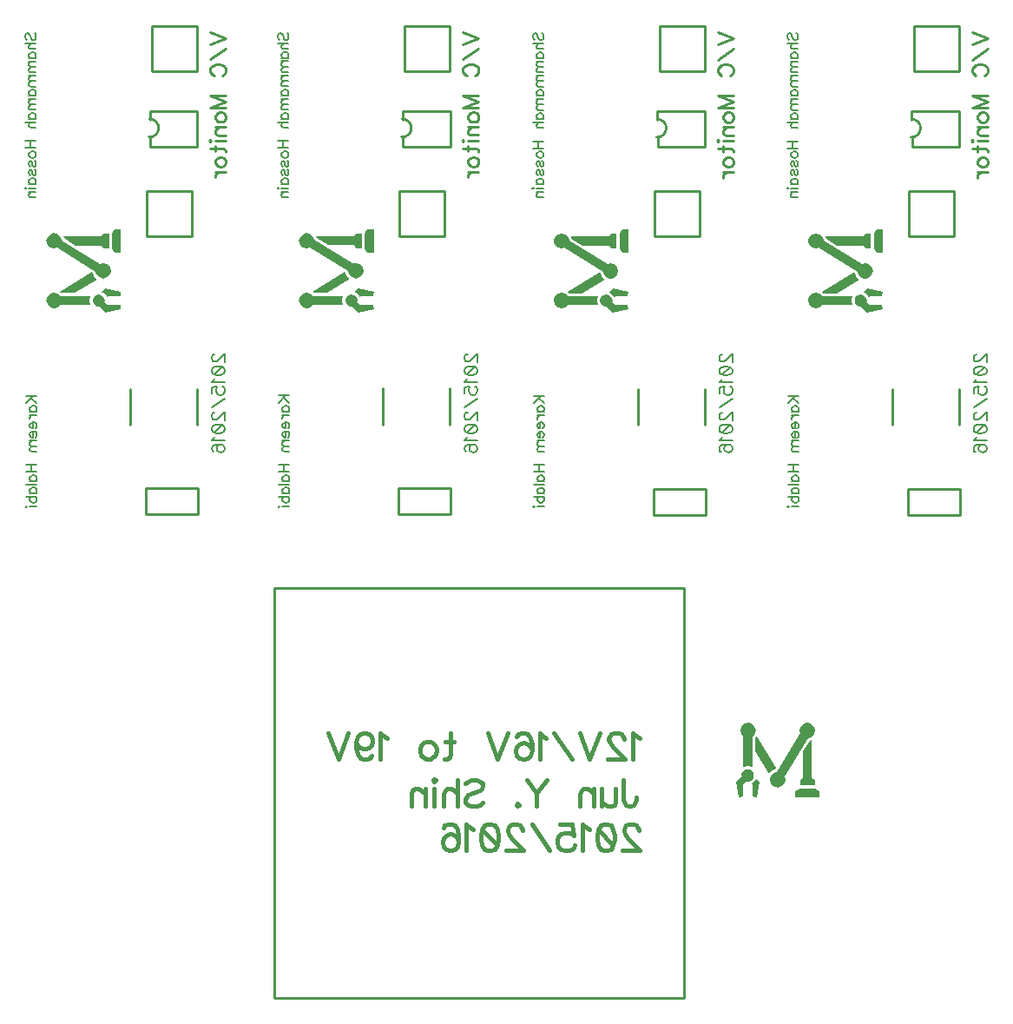
<source format=gbo>
G04 DipTrace 2.4.0.2*
%INMRR_Power_V2.GBO*%
%MOIN*%
%ADD10C,0.0098*%
%ADD34C,0.0154*%
%ADD117C,0.0077*%
%ADD118C,0.0062*%
%ADD119C,0.0093*%
%FSLAX44Y44*%
G04*
G70*
G90*
G75*
G01*
%LNBotSilk*%
%LPD*%
X21131Y41919D2*
D10*
X19398D1*
Y40187D1*
X21131D1*
Y41919D1*
X19187Y33847D2*
X20919D1*
Y35579D1*
X19187D1*
Y33847D1*
X21158Y23160D2*
X19158D1*
Y24160D1*
X21158D1*
Y23160D1*
X19323Y37262D2*
Y37671D1*
X19333Y37274D2*
X21136D1*
Y38636D1*
X19311D1*
Y38315D1*
X19301Y38337D2*
G02X19280Y37650I5J-344D01*
G01*
X18566Y26612D2*
Y27990D1*
X21125Y26612D2*
Y27990D1*
G36*
X18204Y34120D2*
X17964D1*
X17864Y33950D1*
Y33380D1*
X17964Y33210D1*
X18204D1*
D1*
Y34120D1*
G37*
G36*
X17744Y33950D2*
X17524D1*
X17454Y33840D1*
X15994D1*
X16014Y33760D1*
X16444Y33490D1*
X17454D1*
X17524Y33380D1*
X17744D1*
Y33950D1*
G37*
G36*
X15924Y33690D2*
X15884Y33810D1*
X15784Y33920D1*
X15634Y33960D1*
X15484Y33920D1*
X15374Y33810D1*
X15334Y33670D1*
X15374Y33520D1*
X15484Y33410D1*
X15634Y33370D1*
X15744Y33400D1*
X17224Y32490D1*
X17264Y32370D1*
X17374Y32260D1*
X17524Y32220D1*
X17664Y32260D1*
X17774Y32370D1*
X17814Y32520D1*
X17774Y32670D1*
X17664Y32780D1*
X17514Y32820D1*
X17394Y32790D1*
X15924Y33690D1*
G37*
G36*
X17074Y32460D2*
X17124Y32430D1*
X17164Y32300D1*
X17294Y32190D1*
X16414Y31660D1*
X15904D1*
X15854Y31720D1*
D1*
X17074Y32460D1*
G37*
G36*
X15864Y31550D2*
X15784Y31630D1*
X15634Y31680D1*
X15484Y31640D1*
X15374Y31530D1*
X15334Y31380D1*
X15374Y31230D1*
X15484Y31120D1*
X15634Y31080D1*
X15774Y31120D1*
X15864Y31210D1*
X17034D1*
X16984Y31380D1*
X17034Y31550D1*
X15864D1*
G37*
G36*
X17464Y31690D2*
X17514Y31680D1*
X17644Y31560D1*
X17654Y31520D1*
X17684Y31550D1*
X18174D1*
X18204Y31720D1*
X17604Y31840D1*
X17464Y31690D1*
G37*
G36*
X17224Y31580D2*
X17344Y31610D1*
X17464Y31580D1*
X17554Y31490D1*
X17584Y31380D1*
X17564Y31320D1*
X17694Y31200D1*
X18174Y31210D1*
X18204Y31030D1*
X17604Y30920D1*
X17374Y31150D1*
X17334Y31140D1*
X17234Y31170D1*
X17144Y31260D1*
X17114Y31380D1*
X17144Y31500D1*
X17224Y31580D1*
G37*
X30134Y20339D2*
D10*
X14386D1*
Y4591D1*
X30134D1*
Y20339D1*
G36*
X35311Y12298D2*
Y12538D1*
X35141Y12638D1*
X34571D1*
X34401Y12538D1*
Y12298D1*
D1*
X35311D1*
G37*
G36*
X35141Y12758D2*
Y12978D1*
X35031Y13048D1*
Y14508D1*
X34951Y14488D1*
X34681Y14058D1*
Y13048D1*
X34571Y12978D1*
Y12758D1*
X35141D1*
G37*
G36*
X34881Y14578D2*
X35001Y14618D1*
X35111Y14718D1*
X35151Y14868D1*
X35111Y15018D1*
X35001Y15128D1*
X34861Y15168D1*
X34711Y15128D1*
X34601Y15018D1*
X34561Y14868D1*
X34591Y14758D1*
X33681Y13278D1*
X33561Y13238D1*
X33451Y13128D1*
X33411Y12978D1*
X33451Y12838D1*
X33561Y12728D1*
X33711Y12688D1*
X33861Y12728D1*
X33971Y12838D1*
X34011Y12988D1*
X33981Y13108D1*
X34881Y14578D1*
G37*
G36*
X33651Y13428D2*
X33621Y13378D1*
X33491Y13338D1*
X33381Y13208D1*
X32851Y14088D1*
Y14598D1*
X32911Y14648D1*
D1*
X33651Y13428D1*
G37*
G36*
X32741Y14638D2*
X32821Y14718D1*
X32871Y14868D1*
X32831Y15018D1*
X32721Y15128D1*
X32571Y15168D1*
X32421Y15128D1*
X32311Y15018D1*
X32271Y14868D1*
X32311Y14728D1*
X32401Y14638D1*
Y13468D1*
X32571Y13518D1*
X32741Y13468D1*
Y14638D1*
G37*
G36*
X32881Y13038D2*
X32871Y12988D1*
X32751Y12858D1*
X32711Y12848D1*
X32741Y12818D1*
Y12328D1*
X32911Y12298D1*
X33031Y12898D1*
X32881Y13038D1*
G37*
G36*
X32771Y13278D2*
X32801Y13158D1*
X32771Y13038D1*
X32681Y12948D1*
X32571Y12918D1*
X32511Y12938D1*
X32391Y12808D1*
X32401Y12328D1*
X32221Y12298D1*
X32111Y12898D1*
X32341Y13128D1*
X32331Y13168D1*
X32361Y13268D1*
X32451Y13358D1*
X32571Y13388D1*
X32691Y13358D1*
X32771Y13278D1*
G37*
X11427Y41919D2*
D10*
X9695D1*
Y40186D1*
X11427D1*
Y41919D1*
X9483Y33846D2*
X11216D1*
Y35578D1*
X9483D1*
Y33846D1*
X11454Y23159D2*
X9454D1*
Y24159D1*
X11454D1*
Y23159D1*
X9619Y37261D2*
Y37670D1*
X9629Y37273D2*
X11432D1*
Y38635D1*
X9607D1*
Y38314D1*
X9598Y38336D2*
G02X9576Y37649I5J-344D01*
G01*
X8862Y26611D2*
Y27989D1*
X11421Y26611D2*
Y27989D1*
G36*
X8500Y34119D2*
X8260D1*
X8160Y33949D1*
Y33379D1*
X8260Y33209D1*
X8500D1*
D1*
Y34119D1*
G37*
G36*
X8040Y33949D2*
X7820D1*
X7750Y33839D1*
X6290D1*
X6310Y33759D1*
X6740Y33489D1*
X7750D1*
X7820Y33379D1*
X8040D1*
Y33949D1*
G37*
G36*
X6220Y33689D2*
X6180Y33809D1*
X6080Y33919D1*
X5930Y33959D1*
X5780Y33919D1*
X5670Y33809D1*
X5630Y33669D1*
X5670Y33519D1*
X5780Y33409D1*
X5930Y33369D1*
X6040Y33399D1*
X7520Y32489D1*
X7560Y32369D1*
X7670Y32259D1*
X7820Y32219D1*
X7960Y32259D1*
X8070Y32369D1*
X8110Y32519D1*
X8070Y32669D1*
X7960Y32779D1*
X7810Y32819D1*
X7690Y32789D1*
X6220Y33689D1*
G37*
G36*
X7370Y32459D2*
X7420Y32429D1*
X7460Y32299D1*
X7590Y32189D1*
X6710Y31659D1*
X6200D1*
X6150Y31719D1*
D1*
X7370Y32459D1*
G37*
G36*
X6160Y31549D2*
X6080Y31629D1*
X5930Y31679D1*
X5780Y31639D1*
X5670Y31529D1*
X5630Y31379D1*
X5670Y31229D1*
X5780Y31119D1*
X5930Y31079D1*
X6070Y31119D1*
X6160Y31209D1*
X7330D1*
X7280Y31379D1*
X7330Y31549D1*
X6160D1*
G37*
G36*
X7760Y31689D2*
X7810Y31679D1*
X7940Y31559D1*
X7950Y31519D1*
X7980Y31549D1*
X8470D1*
X8500Y31719D1*
X7900Y31839D1*
X7760Y31689D1*
G37*
G36*
X7520Y31579D2*
X7640Y31609D1*
X7760Y31579D1*
X7850Y31489D1*
X7880Y31379D1*
X7860Y31319D1*
X7990Y31199D1*
X8470Y31209D1*
X8500Y31029D1*
X7900Y30919D1*
X7670Y31149D1*
X7630Y31139D1*
X7530Y31169D1*
X7440Y31259D1*
X7410Y31379D1*
X7440Y31499D1*
X7520Y31579D1*
G37*
X30919Y41915D2*
D10*
X29187D1*
Y40182D1*
X30919D1*
Y41915D1*
X28976Y33842D2*
X30708D1*
Y35574D1*
X28976D1*
Y33842D1*
X30947Y23155D2*
X28947D1*
Y24155D1*
X30947D1*
Y23155D1*
X29111Y37257D2*
Y37666D1*
X29121Y37269D2*
X30924D1*
Y38631D1*
X29100D1*
Y38310D1*
X29090Y38332D2*
G02X29068Y37645I5J-344D01*
G01*
X28355Y26608D2*
Y27985D1*
X30914Y26608D2*
Y27985D1*
G36*
X27992Y34115D2*
X27752D1*
X27652Y33945D1*
Y33375D1*
X27752Y33205D1*
X27992D1*
D1*
Y34115D1*
G37*
G36*
X27532Y33945D2*
X27312D1*
X27242Y33835D1*
X25782D1*
X25802Y33755D1*
X26232Y33485D1*
X27242D1*
X27312Y33375D1*
X27532D1*
Y33945D1*
G37*
G36*
X25712Y33685D2*
X25672Y33805D1*
X25572Y33915D1*
X25422Y33955D1*
X25272Y33915D1*
X25162Y33805D1*
X25122Y33665D1*
X25162Y33515D1*
X25272Y33405D1*
X25422Y33365D1*
X25532Y33395D1*
X27012Y32485D1*
X27052Y32365D1*
X27162Y32255D1*
X27312Y32215D1*
X27452Y32255D1*
X27562Y32365D1*
X27602Y32515D1*
X27562Y32665D1*
X27452Y32775D1*
X27302Y32815D1*
X27182Y32785D1*
X25712Y33685D1*
G37*
G36*
X26862Y32455D2*
X26912Y32425D1*
X26952Y32295D1*
X27082Y32185D1*
X26202Y31655D1*
X25692D1*
X25642Y31715D1*
D1*
X26862Y32455D1*
G37*
G36*
X25652Y31545D2*
X25572Y31625D1*
X25422Y31675D1*
X25272Y31635D1*
X25162Y31525D1*
X25122Y31375D1*
X25162Y31225D1*
X25272Y31115D1*
X25422Y31075D1*
X25562Y31115D1*
X25652Y31205D1*
X26822D1*
X26772Y31375D1*
X26822Y31545D1*
X25652D1*
G37*
G36*
X27252Y31685D2*
X27302Y31675D1*
X27432Y31555D1*
X27442Y31515D1*
X27472Y31545D1*
X27962D1*
X27992Y31715D1*
X27392Y31835D1*
X27252Y31685D1*
G37*
G36*
X27012Y31575D2*
X27132Y31605D1*
X27252Y31575D1*
X27342Y31485D1*
X27372Y31375D1*
X27352Y31315D1*
X27482Y31195D1*
X27962Y31205D1*
X27992Y31025D1*
X27392Y30915D1*
X27162Y31145D1*
X27122Y31135D1*
X27022Y31165D1*
X26932Y31255D1*
X26902Y31375D1*
X26932Y31495D1*
X27012Y31575D1*
G37*
X40687Y41915D2*
D10*
X38954D1*
Y40182D1*
X40687D1*
Y41915D1*
X38743Y33842D2*
X40476D1*
Y35574D1*
X38743D1*
Y33842D1*
X40714Y23155D2*
X38714D1*
Y24155D1*
X40714D1*
Y23155D1*
X38879Y37257D2*
Y37666D1*
X38889Y37269D2*
X40692D1*
Y38631D1*
X38867D1*
Y38310D1*
X38857Y38332D2*
G02X38836Y37645I5J-344D01*
G01*
X38122Y26608D2*
Y27985D1*
X40681Y26608D2*
Y27985D1*
G36*
X37760Y34115D2*
X37520D1*
X37420Y33945D1*
Y33375D1*
X37520Y33205D1*
X37760D1*
D1*
Y34115D1*
G37*
G36*
X37300Y33945D2*
X37080D1*
X37010Y33835D1*
X35550D1*
X35570Y33755D1*
X36000Y33485D1*
X37010D1*
X37080Y33375D1*
X37300D1*
Y33945D1*
G37*
G36*
X35480Y33685D2*
X35440Y33805D1*
X35340Y33915D1*
X35190Y33955D1*
X35040Y33915D1*
X34930Y33805D1*
X34890Y33665D1*
X34930Y33515D1*
X35040Y33405D1*
X35190Y33365D1*
X35300Y33395D1*
X36780Y32485D1*
X36820Y32365D1*
X36930Y32255D1*
X37080Y32215D1*
X37220Y32255D1*
X37330Y32365D1*
X37370Y32515D1*
X37330Y32665D1*
X37220Y32775D1*
X37070Y32815D1*
X36950Y32785D1*
X35480Y33685D1*
G37*
G36*
X36630Y32455D2*
X36680Y32425D1*
X36720Y32295D1*
X36850Y32185D1*
X35970Y31655D1*
X35460D1*
X35410Y31715D1*
D1*
X36630Y32455D1*
G37*
G36*
X35420Y31545D2*
X35340Y31625D1*
X35190Y31675D1*
X35040Y31635D1*
X34930Y31525D1*
X34890Y31375D1*
X34930Y31225D1*
X35040Y31115D1*
X35190Y31075D1*
X35330Y31115D1*
X35420Y31205D1*
X36590D1*
X36540Y31375D1*
X36590Y31545D1*
X35420D1*
G37*
G36*
X37020Y31685D2*
X37070Y31675D1*
X37200Y31555D1*
X37210Y31515D1*
X37240Y31545D1*
X37730D1*
X37760Y31715D1*
X37160Y31835D1*
X37020Y31685D1*
G37*
G36*
X36780Y31575D2*
X36900Y31605D1*
X37020Y31575D1*
X37110Y31485D1*
X37140Y31375D1*
X37120Y31315D1*
X37250Y31195D1*
X37730Y31205D1*
X37760Y31025D1*
X37160Y30915D1*
X36930Y31145D1*
X36890Y31135D1*
X36790Y31165D1*
X36700Y31255D1*
X36670Y31375D1*
X36700Y31495D1*
X36780Y31575D1*
G37*
X14591Y41367D2*
D118*
X14552Y41405D1*
X14533Y41463D1*
Y41539D1*
X14552Y41596D1*
X14591Y41635D1*
X14629D1*
X14667Y41616D1*
X14686Y41596D1*
X14705Y41558D1*
X14744Y41444D1*
X14763Y41405D1*
X14782Y41386D1*
X14820Y41367D1*
X14878D1*
X14916Y41405D1*
X14935Y41463D1*
Y41539D1*
X14916Y41596D1*
X14878Y41635D1*
X14533Y41243D2*
X14935D1*
X14744D2*
X14686Y41186D1*
X14667Y41148D1*
Y41090D1*
X14686Y41052D1*
X14744Y41033D1*
X14935D1*
X14667Y40680D2*
X14935D1*
X14725D2*
X14686Y40718D1*
X14667Y40757D1*
Y40814D1*
X14686Y40852D1*
X14725Y40890D1*
X14782Y40910D1*
X14820D1*
X14878Y40890D1*
X14916Y40852D1*
X14935Y40814D1*
Y40757D1*
X14916Y40718D1*
X14878Y40680D1*
X14667Y40557D2*
X14935D1*
X14744D2*
X14686Y40499D1*
X14667Y40461D1*
Y40404D1*
X14686Y40365D1*
X14744Y40346D1*
X14935D1*
X14744D2*
X14686Y40289D1*
X14667Y40250D1*
Y40193D1*
X14686Y40155D1*
X14744Y40135D1*
X14935D1*
X14667Y40012D2*
X14935D1*
X14744D2*
X14686Y39954D1*
X14667Y39916D1*
Y39859D1*
X14686Y39820D1*
X14744Y39801D1*
X14935D1*
X14744D2*
X14686Y39744D1*
X14667Y39705D1*
Y39648D1*
X14686Y39610D1*
X14744Y39590D1*
X14935D1*
X14667Y39237D2*
X14935D1*
X14725D2*
X14686Y39275D1*
X14667Y39314D1*
Y39371D1*
X14686Y39409D1*
X14725Y39447D1*
X14782Y39467D1*
X14820D1*
X14878Y39447D1*
X14916Y39409D1*
X14935Y39371D1*
Y39314D1*
X14916Y39275D1*
X14878Y39237D1*
X14667Y39114D2*
X14935D1*
X14744D2*
X14686Y39056D1*
X14667Y39018D1*
Y38961D1*
X14686Y38922D1*
X14744Y38903D1*
X14935D1*
X14744D2*
X14686Y38846D1*
X14667Y38807D1*
Y38750D1*
X14686Y38712D1*
X14744Y38692D1*
X14935D1*
X14667Y38339D2*
X14935D1*
X14725D2*
X14686Y38377D1*
X14667Y38416D1*
Y38473D1*
X14686Y38511D1*
X14725Y38549D1*
X14782Y38569D1*
X14820D1*
X14878Y38549D1*
X14916Y38511D1*
X14935Y38473D1*
Y38416D1*
X14916Y38377D1*
X14878Y38339D1*
X14533Y38216D2*
X14935D1*
X14744D2*
X14686Y38158D1*
X14667Y38120D1*
Y38062D1*
X14686Y38024D1*
X14744Y38005D1*
X14935D1*
X14533Y37493D2*
X14935D1*
X14533Y37225D2*
X14935D1*
X14725Y37493D2*
Y37225D1*
X14667Y37006D2*
X14686Y37044D1*
X14725Y37083D1*
X14782Y37102D1*
X14820D1*
X14878Y37083D1*
X14916Y37044D1*
X14935Y37006D1*
Y36949D1*
X14916Y36910D1*
X14878Y36872D1*
X14820Y36853D1*
X14782D1*
X14725Y36872D1*
X14686Y36910D1*
X14667Y36949D1*
Y37006D1*
X14725Y36519D2*
X14686Y36538D1*
X14667Y36595D1*
Y36653D1*
X14686Y36710D1*
X14725Y36729D1*
X14763Y36710D1*
X14782Y36672D1*
X14801Y36576D1*
X14820Y36538D1*
X14859Y36519D1*
X14878D1*
X14916Y36538D1*
X14935Y36595D1*
Y36653D1*
X14916Y36710D1*
X14878Y36729D1*
X14725Y36185D2*
X14686Y36204D1*
X14667Y36261D1*
Y36319D1*
X14686Y36376D1*
X14725Y36395D1*
X14763Y36376D1*
X14782Y36338D1*
X14801Y36242D1*
X14820Y36204D1*
X14859Y36185D1*
X14878D1*
X14916Y36204D1*
X14935Y36261D1*
Y36319D1*
X14916Y36376D1*
X14878Y36395D1*
X14667Y35832D2*
X14935D1*
X14725D2*
X14686Y35870D1*
X14667Y35908D1*
Y35965D1*
X14686Y36004D1*
X14725Y36042D1*
X14782Y36061D1*
X14820D1*
X14878Y36042D1*
X14916Y36004D1*
X14935Y35965D1*
Y35908D1*
X14916Y35870D1*
X14878Y35832D1*
X14533Y35708D2*
X14552Y35689D1*
X14533Y35670D1*
X14514Y35689D1*
X14533Y35708D1*
X14667Y35689D2*
X14935D1*
X14667Y35546D2*
X14935D1*
X14744D2*
X14686Y35489D1*
X14667Y35450D1*
Y35393D1*
X14686Y35355D1*
X14744Y35336D1*
X14935D1*
X14565Y27723D2*
X14967D1*
X14565Y27456D2*
X14833Y27723D1*
X14737Y27628D2*
X14967Y27456D1*
X14699Y27103D2*
X14967D1*
X14756D2*
X14718Y27141D1*
X14699Y27179D1*
Y27236D1*
X14718Y27275D1*
X14756Y27313D1*
X14814Y27332D1*
X14852D1*
X14909Y27313D1*
X14947Y27275D1*
X14967Y27236D1*
Y27179D1*
X14947Y27141D1*
X14909Y27103D1*
X14699Y26979D2*
X14967D1*
X14814D2*
X14756Y26960D1*
X14718Y26922D1*
X14699Y26883D1*
Y26826D1*
X14814Y26702D2*
Y26473D1*
X14775D1*
X14737Y26492D1*
X14718Y26511D1*
X14699Y26549D1*
Y26607D1*
X14718Y26645D1*
X14756Y26683D1*
X14814Y26702D1*
X14852D1*
X14909Y26683D1*
X14947Y26645D1*
X14967Y26607D1*
Y26549D1*
X14947Y26511D1*
X14909Y26473D1*
X14814Y26349D2*
Y26120D1*
X14775D1*
X14737Y26139D1*
X14718Y26158D1*
X14699Y26196D1*
Y26254D1*
X14718Y26292D1*
X14756Y26330D1*
X14814Y26349D1*
X14852D1*
X14909Y26330D1*
X14947Y26292D1*
X14967Y26254D1*
Y26196D1*
X14947Y26158D1*
X14909Y26120D1*
X14699Y25996D2*
X14967D1*
X14775D2*
X14718Y25939D1*
X14699Y25900D1*
Y25843D1*
X14718Y25805D1*
X14775Y25786D1*
X14967D1*
X14775D2*
X14718Y25728D1*
X14699Y25690D1*
Y25633D1*
X14718Y25594D1*
X14775Y25575D1*
X14967D1*
X14565Y25062D2*
X14967D1*
X14565Y24794D2*
X14967D1*
X14756Y25062D2*
Y24794D1*
X14699Y24441D2*
X14967D1*
X14756D2*
X14718Y24479D1*
X14699Y24518D1*
Y24575D1*
X14718Y24613D1*
X14756Y24651D1*
X14814Y24671D1*
X14852D1*
X14909Y24651D1*
X14947Y24613D1*
X14967Y24575D1*
Y24518D1*
X14947Y24479D1*
X14909Y24441D1*
X14565Y24318D2*
X14967D1*
X14699Y23965D2*
X14967D1*
X14756D2*
X14718Y24003D1*
X14699Y24041D1*
Y24098D1*
X14718Y24137D1*
X14756Y24175D1*
X14814Y24194D1*
X14852D1*
X14909Y24175D1*
X14947Y24137D1*
X14967Y24098D1*
Y24041D1*
X14947Y24003D1*
X14909Y23965D1*
X14565Y23841D2*
X14967D1*
X14756D2*
X14718Y23803D1*
X14699Y23765D1*
Y23707D1*
X14718Y23669D1*
X14756Y23631D1*
X14814Y23612D1*
X14852D1*
X14909Y23631D1*
X14947Y23669D1*
X14967Y23707D1*
Y23765D1*
X14947Y23803D1*
X14909Y23841D1*
X14565Y23488D2*
X14584Y23469D1*
X14565Y23450D1*
X14545Y23469D1*
X14565Y23488D1*
X14699Y23469D2*
X14967D1*
X21632Y41672D2*
D119*
X22235Y41443D1*
X21632Y41213D1*
X22235Y41028D2*
X21633Y40626D1*
X21776Y40010D2*
X21719Y40039D1*
X21661Y40096D1*
X21632Y40154D1*
Y40268D1*
X21661Y40326D1*
X21719Y40383D1*
X21776Y40412D1*
X21862Y40441D1*
X22006D1*
X22091Y40412D1*
X22149Y40383D1*
X22206Y40326D1*
X22235Y40268D1*
Y40154D1*
X22206Y40096D1*
X22149Y40039D1*
X22091Y40010D1*
X22235Y38783D2*
X21632D1*
X22235Y39012D1*
X21632Y39242D1*
X22235D1*
X21833Y38454D2*
X21862Y38511D1*
X21920Y38569D1*
X22006Y38598D1*
X22063D1*
X22149Y38569D1*
X22206Y38511D1*
X22235Y38454D1*
Y38368D1*
X22206Y38310D1*
X22149Y38253D1*
X22063Y38224D1*
X22006D1*
X21920Y38253D1*
X21862Y38310D1*
X21833Y38368D1*
Y38454D1*
Y38039D2*
X22235D1*
X21948D2*
X21862Y37953D1*
X21833Y37895D1*
Y37809D1*
X21862Y37752D1*
X21948Y37723D1*
X22235D1*
X21632Y37538D2*
X21661Y37509D1*
X21632Y37480D1*
X21603Y37509D1*
X21632Y37538D1*
X21833Y37509D2*
X22235D1*
X21632Y37209D2*
X22121D1*
X22206Y37180D1*
X22235Y37122D1*
Y37065D1*
X21833Y37295D2*
Y37094D1*
Y36737D2*
X21862Y36794D1*
X21920Y36852D1*
X22006Y36880D1*
X22063D1*
X22149Y36852D1*
X22206Y36794D1*
X22235Y36737D1*
Y36651D1*
X22206Y36593D1*
X22149Y36536D1*
X22063Y36507D1*
X22006D1*
X21920Y36536D1*
X21862Y36593D1*
X21833Y36651D1*
Y36737D1*
Y36322D2*
X22235D1*
X22006D2*
X21920Y36292D1*
X21862Y36235D1*
X21833Y36178D1*
Y36091D1*
X21805Y29315D2*
D117*
X21781D1*
X21733Y29291D1*
X21709Y29268D1*
X21686Y29220D1*
Y29124D1*
X21709Y29076D1*
X21733Y29053D1*
X21781Y29028D1*
X21829D1*
X21877Y29053D1*
X21948Y29100D1*
X22188Y29340D1*
Y29005D1*
X21686Y28706D2*
X21709Y28778D1*
X21781Y28826D1*
X21901Y28850D1*
X21973D1*
X22092Y28826D1*
X22164Y28778D1*
X22188Y28706D1*
Y28659D1*
X22164Y28587D1*
X22092Y28540D1*
X21973Y28515D1*
X21901D1*
X21781Y28540D1*
X21709Y28587D1*
X21686Y28659D1*
Y28706D1*
X21781Y28540D2*
X22092Y28826D1*
X21781Y28361D2*
X21757Y28313D1*
X21686Y28241D1*
X22188D1*
X21686Y27800D2*
Y28038D1*
X21901Y28062D1*
X21877Y28038D1*
X21853Y27967D1*
Y27895D1*
X21877Y27823D1*
X21924Y27775D1*
X21996Y27752D1*
X22044D1*
X22116Y27775D1*
X22164Y27823D1*
X22188Y27895D1*
Y27967D1*
X22164Y28038D1*
X22139Y28062D1*
X22092Y28087D1*
X22188Y27597D2*
X21686Y27262D1*
X21805Y27084D2*
X21781D1*
X21733Y27060D1*
X21709Y27036D1*
X21686Y26988D1*
Y26892D1*
X21709Y26845D1*
X21733Y26821D1*
X21781Y26797D1*
X21829D1*
X21877Y26821D1*
X21948Y26869D1*
X22188Y27108D1*
Y26773D1*
X21686Y26475D2*
X21709Y26547D1*
X21781Y26595D1*
X21901Y26619D1*
X21973D1*
X22092Y26595D1*
X22164Y26547D1*
X22188Y26475D1*
Y26427D1*
X22164Y26355D1*
X22092Y26308D1*
X21973Y26284D1*
X21901D1*
X21781Y26308D1*
X21709Y26355D1*
X21686Y26427D1*
Y26475D1*
X21781Y26308D2*
X22092Y26595D1*
X21781Y26129D2*
X21757Y26081D1*
X21686Y26009D1*
X22188D1*
X21757Y25568D2*
X21709Y25592D1*
X21686Y25664D1*
Y25711D1*
X21709Y25783D1*
X21781Y25831D1*
X21901Y25855D1*
X22020D1*
X22116Y25831D1*
X22164Y25783D1*
X22188Y25711D1*
Y25687D1*
X22164Y25616D1*
X22116Y25568D1*
X22044Y25544D1*
X22020D1*
X21948Y25568D1*
X21901Y25616D1*
X21877Y25687D1*
Y25711D1*
X21901Y25783D1*
X21948Y25831D1*
X22020Y25855D1*
X27795Y12966D2*
D34*
Y12201D1*
X27842Y12058D1*
X27891Y12010D1*
X27986Y11962D1*
X28082D1*
X28177Y12010D1*
X28225Y12058D1*
X28273Y12201D1*
Y12296D1*
X27486Y12631D2*
Y12153D1*
X27438Y12010D1*
X27342Y11962D1*
X27198D1*
X27103Y12010D1*
X26960Y12153D1*
Y12631D2*
Y11962D1*
X26651Y12631D2*
Y11962D1*
Y12440D2*
X26507Y12584D1*
X26411Y12631D1*
X26268D1*
X26172Y12584D1*
X26125Y12440D1*
Y11962D1*
X24844Y12966D2*
X24461Y12488D1*
Y11962D1*
X24079Y12966D2*
X24461Y12488D1*
X23723Y12058D2*
X23770Y12009D1*
X23723Y11962D1*
X23674Y12009D1*
X23723Y12058D1*
X21723Y12823D2*
X21818Y12919D1*
X21962Y12966D1*
X22153D1*
X22297Y12919D1*
X22393Y12823D1*
Y12728D1*
X22345Y12631D1*
X22297Y12584D1*
X22202Y12536D1*
X21915Y12440D1*
X21818Y12393D1*
X21771Y12344D1*
X21723Y12249D1*
Y12105D1*
X21818Y12010D1*
X21962Y11962D1*
X22153D1*
X22297Y12010D1*
X22393Y12105D1*
X21415Y12966D2*
Y11962D1*
Y12440D2*
X21271Y12584D1*
X21175Y12631D1*
X21031D1*
X20936Y12584D1*
X20888Y12440D1*
Y11962D1*
X20580Y12966D2*
X20532Y12919D1*
X20483Y12966D1*
X20532Y13015D1*
X20580Y12966D1*
X20532Y12631D2*
Y11962D1*
X20175Y12631D2*
Y11962D1*
Y12440D2*
X20031Y12584D1*
X19935Y12631D1*
X19792D1*
X19696Y12584D1*
X19649Y12440D1*
Y11962D1*
X28404Y14587D2*
X28308Y14635D1*
X28164Y14778D1*
Y13774D1*
X27807Y14539D2*
Y14587D1*
X27759Y14683D1*
X27712Y14730D1*
X27616Y14778D1*
X27424D1*
X27329Y14730D1*
X27282Y14683D1*
X27233Y14587D1*
Y14491D1*
X27282Y14395D1*
X27377Y14253D1*
X27856Y13774D1*
X27186D1*
X26877Y14779D2*
X26494Y13774D1*
X26112Y14779D1*
X25803Y13774D2*
X25133Y14778D1*
X24825Y14587D2*
X24728Y14635D1*
X24585Y14778D1*
Y13774D1*
X23702Y14635D2*
X23750Y14730D1*
X23893Y14778D1*
X23988D1*
X24132Y14730D1*
X24228Y14587D1*
X24276Y14348D1*
Y14109D1*
X24228Y13918D1*
X24132Y13822D1*
X23988Y13774D1*
X23941D1*
X23798Y13822D1*
X23702Y13918D1*
X23655Y14061D1*
Y14109D1*
X23702Y14253D1*
X23798Y14348D1*
X23941Y14395D1*
X23988D1*
X24132Y14348D1*
X24228Y14253D1*
X24276Y14109D1*
X23346Y14779D2*
X22963Y13774D1*
X22581Y14779D1*
X21156D2*
Y13965D1*
X21109Y13823D1*
X21013Y13774D1*
X20918D1*
X21300Y14444D2*
X20965D1*
X20370D2*
X20465Y14396D1*
X20561Y14300D1*
X20609Y14157D1*
Y14061D1*
X20561Y13918D1*
X20465Y13823D1*
X20370Y13774D1*
X20226D1*
X20130Y13823D1*
X20035Y13918D1*
X19987Y14061D1*
Y14157D1*
X20035Y14300D1*
X20130Y14396D1*
X20226Y14444D1*
X20370D1*
X18706Y14587D2*
X18610Y14635D1*
X18466Y14778D1*
Y13774D1*
X17535Y14444D2*
X17583Y14300D1*
X17678Y14204D1*
X17822Y14157D1*
X17870D1*
X18013Y14204D1*
X18108Y14300D1*
X18157Y14444D1*
Y14491D1*
X18108Y14635D1*
X18013Y14730D1*
X17870Y14778D1*
X17822D1*
X17678Y14730D1*
X17583Y14635D1*
X17535Y14444D1*
Y14204D1*
X17583Y13965D1*
X17678Y13822D1*
X17822Y13774D1*
X17917D1*
X18061Y13822D1*
X18108Y13918D1*
X17226Y14779D2*
X16844Y13774D1*
X16461Y14779D1*
X28378Y11039D2*
Y11087D1*
X28330Y11183D1*
X28283Y11230D1*
X28187Y11278D1*
X27995D1*
X27900Y11230D1*
X27853Y11183D1*
X27804Y11087D1*
Y10991D1*
X27853Y10895D1*
X27948Y10753D1*
X28427Y10274D1*
X27757D1*
X27160Y11278D2*
X27304Y11230D1*
X27400Y11087D1*
X27448Y10848D1*
Y10704D1*
X27400Y10465D1*
X27304Y10322D1*
X27160Y10274D1*
X27065D1*
X26922Y10322D1*
X26827Y10465D1*
X26778Y10704D1*
Y10848D1*
X26827Y11087D1*
X26922Y11230D1*
X27065Y11278D1*
X27160D1*
X26827Y11087D2*
X27400Y10465D1*
X26469Y11087D2*
X26373Y11135D1*
X26229Y11278D1*
Y10274D1*
X25347Y11278D2*
X25824D1*
X25872Y10848D1*
X25824Y10895D1*
X25681Y10944D1*
X25538D1*
X25394Y10895D1*
X25298Y10800D1*
X25251Y10657D1*
Y10561D1*
X25298Y10418D1*
X25394Y10322D1*
X25538Y10274D1*
X25681D1*
X25824Y10322D1*
X25872Y10370D1*
X25921Y10465D1*
X24942Y10274D2*
X24272Y11278D1*
X23915Y11039D2*
Y11087D1*
X23867Y11183D1*
X23820Y11230D1*
X23723Y11278D1*
X23532D1*
X23437Y11230D1*
X23390Y11183D1*
X23341Y11087D1*
Y10991D1*
X23390Y10895D1*
X23485Y10753D1*
X23963Y10274D1*
X23293D1*
X22697Y11278D2*
X22841Y11230D1*
X22937Y11087D1*
X22985Y10848D1*
Y10704D1*
X22937Y10465D1*
X22841Y10322D1*
X22697Y10274D1*
X22602D1*
X22458Y10322D1*
X22363Y10465D1*
X22315Y10704D1*
Y10848D1*
X22363Y11087D1*
X22458Y11230D1*
X22602Y11278D1*
X22697D1*
X22363Y11087D2*
X22937Y10465D1*
X22006Y11087D2*
X21910Y11135D1*
X21766Y11278D1*
Y10274D1*
X20884Y11135D2*
X20931Y11230D1*
X21075Y11278D1*
X21170D1*
X21314Y11230D1*
X21410Y11087D1*
X21457Y10848D1*
Y10609D1*
X21410Y10418D1*
X21314Y10322D1*
X21170Y10274D1*
X21122D1*
X20980Y10322D1*
X20884Y10418D1*
X20836Y10561D1*
Y10609D1*
X20884Y10753D1*
X20980Y10848D1*
X21122Y10895D1*
X21170D1*
X21314Y10848D1*
X21410Y10753D1*
X21457Y10609D1*
X4887Y41366D2*
D118*
X4848Y41404D1*
X4829Y41462D1*
Y41538D1*
X4848Y41596D1*
X4887Y41634D1*
X4925D1*
X4963Y41615D1*
X4982Y41596D1*
X5001Y41557D1*
X5040Y41443D1*
X5059Y41404D1*
X5078Y41385D1*
X5116Y41366D1*
X5174D1*
X5212Y41404D1*
X5231Y41462D1*
Y41538D1*
X5212Y41596D1*
X5174Y41634D1*
X4829Y41243D2*
X5231D1*
X5040D2*
X4982Y41185D1*
X4963Y41147D1*
Y41089D1*
X4982Y41051D1*
X5040Y41032D1*
X5231D1*
X4963Y40679D2*
X5231D1*
X5021D2*
X4982Y40717D1*
X4963Y40756D1*
Y40813D1*
X4982Y40851D1*
X5021Y40889D1*
X5078Y40909D1*
X5116D1*
X5174Y40889D1*
X5212Y40851D1*
X5231Y40813D1*
Y40756D1*
X5212Y40717D1*
X5174Y40679D1*
X4963Y40556D2*
X5231D1*
X5040D2*
X4982Y40498D1*
X4963Y40460D1*
Y40403D1*
X4982Y40364D1*
X5040Y40345D1*
X5231D1*
X5040D2*
X4982Y40288D1*
X4963Y40249D1*
Y40192D1*
X4982Y40154D1*
X5040Y40134D1*
X5231D1*
X4963Y40011D2*
X5231D1*
X5040D2*
X4982Y39953D1*
X4963Y39915D1*
Y39858D1*
X4982Y39819D1*
X5040Y39800D1*
X5231D1*
X5040D2*
X4982Y39743D1*
X4963Y39704D1*
Y39647D1*
X4982Y39609D1*
X5040Y39589D1*
X5231D1*
X4963Y39236D2*
X5231D1*
X5021D2*
X4982Y39274D1*
X4963Y39313D1*
Y39370D1*
X4982Y39408D1*
X5021Y39446D1*
X5078Y39466D1*
X5116D1*
X5174Y39446D1*
X5212Y39408D1*
X5231Y39370D1*
Y39313D1*
X5212Y39274D1*
X5174Y39236D1*
X4963Y39113D2*
X5231D1*
X5040D2*
X4982Y39055D1*
X4963Y39017D1*
Y38960D1*
X4982Y38921D1*
X5040Y38902D1*
X5231D1*
X5040D2*
X4982Y38845D1*
X4963Y38806D1*
Y38749D1*
X4982Y38711D1*
X5040Y38691D1*
X5231D1*
X4963Y38338D2*
X5231D1*
X5021D2*
X4982Y38376D1*
X4963Y38415D1*
Y38472D1*
X4982Y38510D1*
X5021Y38548D1*
X5078Y38568D1*
X5116D1*
X5174Y38548D1*
X5212Y38510D1*
X5231Y38472D1*
Y38415D1*
X5212Y38376D1*
X5174Y38338D1*
X4829Y38215D2*
X5231D1*
X5040D2*
X4982Y38157D1*
X4963Y38119D1*
Y38061D1*
X4982Y38023D1*
X5040Y38004D1*
X5231D1*
X4829Y37492D2*
X5231D1*
X4829Y37224D2*
X5231D1*
X5021Y37492D2*
Y37224D1*
X4963Y37005D2*
X4982Y37043D1*
X5021Y37082D1*
X5078Y37101D1*
X5116D1*
X5174Y37082D1*
X5212Y37043D1*
X5231Y37005D1*
Y36948D1*
X5212Y36909D1*
X5174Y36871D1*
X5116Y36852D1*
X5078D1*
X5021Y36871D1*
X4982Y36909D1*
X4963Y36948D1*
Y37005D1*
X5021Y36518D2*
X4982Y36537D1*
X4963Y36594D1*
Y36652D1*
X4982Y36709D1*
X5021Y36728D1*
X5059Y36709D1*
X5078Y36671D1*
X5097Y36575D1*
X5116Y36537D1*
X5155Y36518D1*
X5174D1*
X5212Y36537D1*
X5231Y36594D1*
Y36652D1*
X5212Y36709D1*
X5174Y36728D1*
X5021Y36184D2*
X4982Y36203D1*
X4963Y36260D1*
Y36318D1*
X4982Y36375D1*
X5021Y36394D1*
X5059Y36375D1*
X5078Y36337D1*
X5097Y36241D1*
X5116Y36203D1*
X5155Y36184D1*
X5174D1*
X5212Y36203D1*
X5231Y36260D1*
Y36318D1*
X5212Y36375D1*
X5174Y36394D1*
X4963Y35831D2*
X5231D1*
X5021D2*
X4982Y35869D1*
X4963Y35907D1*
Y35964D1*
X4982Y36003D1*
X5021Y36041D1*
X5078Y36060D1*
X5116D1*
X5174Y36041D1*
X5212Y36003D1*
X5231Y35964D1*
Y35907D1*
X5212Y35869D1*
X5174Y35831D1*
X4829Y35707D2*
X4848Y35688D1*
X4829Y35669D1*
X4810Y35688D1*
X4829Y35707D1*
X4963Y35688D2*
X5231D1*
X4963Y35545D2*
X5231D1*
X5040D2*
X4982Y35488D1*
X4963Y35449D1*
Y35392D1*
X4982Y35354D1*
X5040Y35335D1*
X5231D1*
X4861Y27722D2*
X5263D1*
X4861Y27455D2*
X5129Y27722D1*
X5033Y27627D2*
X5263Y27455D1*
X4995Y27102D2*
X5263D1*
X5052D2*
X5014Y27140D1*
X4995Y27178D1*
Y27235D1*
X5014Y27274D1*
X5052Y27312D1*
X5110Y27331D1*
X5148D1*
X5205Y27312D1*
X5243Y27274D1*
X5263Y27235D1*
Y27178D1*
X5243Y27140D1*
X5205Y27102D1*
X4995Y26978D2*
X5263D1*
X5110D2*
X5052Y26959D1*
X5014Y26921D1*
X4995Y26882D1*
Y26825D1*
X5110Y26701D2*
Y26472D1*
X5071D1*
X5033Y26491D1*
X5014Y26510D1*
X4995Y26548D1*
Y26606D1*
X5014Y26644D1*
X5052Y26682D1*
X5110Y26701D1*
X5148D1*
X5205Y26682D1*
X5243Y26644D1*
X5263Y26606D1*
Y26548D1*
X5243Y26510D1*
X5205Y26472D1*
X5110Y26348D2*
Y26119D1*
X5071D1*
X5033Y26138D1*
X5014Y26157D1*
X4995Y26195D1*
Y26253D1*
X5014Y26291D1*
X5052Y26329D1*
X5110Y26348D1*
X5148D1*
X5205Y26329D1*
X5243Y26291D1*
X5263Y26253D1*
Y26195D1*
X5243Y26157D1*
X5205Y26119D1*
X4995Y25995D2*
X5263D1*
X5071D2*
X5014Y25938D1*
X4995Y25899D1*
Y25842D1*
X5014Y25804D1*
X5071Y25785D1*
X5263D1*
X5071D2*
X5014Y25727D1*
X4995Y25689D1*
Y25632D1*
X5014Y25593D1*
X5071Y25574D1*
X5263D1*
X4861Y25061D2*
X5263D1*
X4861Y24793D2*
X5263D1*
X5052Y25061D2*
Y24793D1*
X4995Y24440D2*
X5263D1*
X5052D2*
X5014Y24478D1*
X4995Y24517D1*
Y24574D1*
X5014Y24612D1*
X5052Y24650D1*
X5110Y24670D1*
X5148D1*
X5205Y24650D1*
X5243Y24612D1*
X5263Y24574D1*
Y24517D1*
X5243Y24478D1*
X5205Y24440D1*
X4861Y24317D2*
X5263D1*
X4995Y23964D2*
X5263D1*
X5052D2*
X5014Y24002D1*
X4995Y24040D1*
Y24097D1*
X5014Y24136D1*
X5052Y24174D1*
X5110Y24193D1*
X5148D1*
X5205Y24174D1*
X5243Y24136D1*
X5263Y24097D1*
Y24040D1*
X5243Y24002D1*
X5205Y23964D1*
X4861Y23840D2*
X5263D1*
X5052D2*
X5014Y23802D1*
X4995Y23764D1*
Y23706D1*
X5014Y23668D1*
X5052Y23630D1*
X5110Y23611D1*
X5148D1*
X5205Y23630D1*
X5243Y23668D1*
X5263Y23706D1*
Y23764D1*
X5243Y23802D1*
X5205Y23840D1*
X4861Y23487D2*
X4880Y23468D1*
X4861Y23449D1*
X4841Y23468D1*
X4861Y23487D1*
X4995Y23468D2*
X5263D1*
X11929Y41671D2*
D119*
X12532Y41442D1*
X11929Y41212D1*
X12532Y41027D2*
X11929Y40625D1*
X12072Y40009D2*
X12015Y40038D1*
X11957Y40095D1*
X11929Y40153D1*
Y40267D1*
X11957Y40325D1*
X12015Y40382D1*
X12072Y40411D1*
X12158Y40440D1*
X12302D1*
X12388Y40411D1*
X12445Y40382D1*
X12502Y40325D1*
X12532Y40267D1*
Y40153D1*
X12502Y40095D1*
X12445Y40038D1*
X12388Y40009D1*
X12532Y38782D2*
X11929D1*
X12532Y39011D1*
X11929Y39241D1*
X12532D1*
X12130Y38453D2*
X12158Y38510D1*
X12216Y38568D1*
X12302Y38597D1*
X12359D1*
X12445Y38568D1*
X12502Y38510D1*
X12532Y38453D1*
Y38367D1*
X12502Y38309D1*
X12445Y38252D1*
X12359Y38223D1*
X12302D1*
X12216Y38252D1*
X12158Y38309D1*
X12130Y38367D1*
Y38453D1*
Y38038D2*
X12532D1*
X12244D2*
X12158Y37952D1*
X12130Y37894D1*
Y37808D1*
X12158Y37751D1*
X12244Y37722D1*
X12532D1*
X11929Y37537D2*
X11957Y37508D1*
X11929Y37479D1*
X11899Y37508D1*
X11929Y37537D1*
X12130Y37508D2*
X12532D1*
X11929Y37208D2*
X12417D1*
X12502Y37179D1*
X12532Y37122D1*
Y37064D1*
X12130Y37294D2*
Y37093D1*
Y36736D2*
X12158Y36793D1*
X12216Y36851D1*
X12302Y36879D1*
X12359D1*
X12445Y36851D1*
X12502Y36793D1*
X12532Y36736D1*
Y36650D1*
X12502Y36592D1*
X12445Y36535D1*
X12359Y36506D1*
X12302D1*
X12216Y36535D1*
X12158Y36592D1*
X12130Y36650D1*
Y36736D1*
Y36321D2*
X12532D1*
X12302D2*
X12216Y36291D1*
X12158Y36234D1*
X12130Y36177D1*
Y36090D1*
X12101Y29314D2*
D117*
X12078D1*
X12029Y29290D1*
X12006Y29267D1*
X11982Y29219D1*
Y29123D1*
X12006Y29075D1*
X12029Y29052D1*
X12078Y29027D1*
X12125D1*
X12173Y29052D1*
X12244Y29099D1*
X12484Y29339D1*
Y29004D1*
X11982Y28705D2*
X12006Y28777D1*
X12078Y28825D1*
X12197Y28849D1*
X12269D1*
X12388Y28825D1*
X12460Y28777D1*
X12484Y28705D1*
Y28658D1*
X12460Y28586D1*
X12388Y28539D1*
X12269Y28514D1*
X12197D1*
X12078Y28539D1*
X12006Y28586D1*
X11982Y28658D1*
Y28705D1*
X12078Y28539D2*
X12388Y28825D1*
X12078Y28360D2*
X12053Y28312D1*
X11982Y28240D1*
X12484D1*
X11982Y27799D2*
Y28037D1*
X12197Y28061D1*
X12173Y28037D1*
X12149Y27966D1*
Y27894D1*
X12173Y27822D1*
X12221Y27774D1*
X12293Y27751D1*
X12340D1*
X12412Y27774D1*
X12460Y27822D1*
X12484Y27894D1*
Y27966D1*
X12460Y28037D1*
X12436Y28061D1*
X12388Y28086D1*
X12484Y27596D2*
X11982Y27261D1*
X12101Y27083D2*
X12078D1*
X12029Y27059D1*
X12006Y27035D1*
X11982Y26987D1*
Y26891D1*
X12006Y26844D1*
X12029Y26820D1*
X12078Y26796D1*
X12125D1*
X12173Y26820D1*
X12244Y26868D1*
X12484Y27107D1*
Y26772D1*
X11982Y26474D2*
X12006Y26546D1*
X12078Y26594D1*
X12197Y26618D1*
X12269D1*
X12388Y26594D1*
X12460Y26546D1*
X12484Y26474D1*
Y26426D1*
X12460Y26354D1*
X12388Y26307D1*
X12269Y26283D1*
X12197D1*
X12078Y26307D1*
X12006Y26354D1*
X11982Y26426D1*
Y26474D1*
X12078Y26307D2*
X12388Y26594D1*
X12078Y26128D2*
X12053Y26080D1*
X11982Y26008D1*
X12484D1*
X12053Y25567D2*
X12006Y25591D1*
X11982Y25663D1*
Y25710D1*
X12006Y25782D1*
X12078Y25830D1*
X12197Y25854D1*
X12316D1*
X12412Y25830D1*
X12460Y25782D1*
X12484Y25710D1*
Y25686D1*
X12460Y25615D1*
X12412Y25567D1*
X12340Y25543D1*
X12316D1*
X12244Y25567D1*
X12197Y25615D1*
X12173Y25686D1*
Y25710D1*
X12197Y25782D1*
X12244Y25830D1*
X12316Y25854D1*
X24379Y41362D2*
D118*
X24340Y41400D1*
X24321Y41458D1*
Y41534D1*
X24340Y41592D1*
X24379Y41630D1*
X24417D1*
X24455Y41611D1*
X24474Y41592D1*
X24493Y41554D1*
X24532Y41439D1*
X24551Y41400D1*
X24570Y41381D1*
X24608Y41362D1*
X24666D1*
X24704Y41400D1*
X24723Y41458D1*
Y41534D1*
X24704Y41592D1*
X24666Y41630D1*
X24321Y41239D2*
X24723D1*
X24532D2*
X24474Y41181D1*
X24455Y41143D1*
Y41085D1*
X24474Y41047D1*
X24532Y41028D1*
X24723D1*
X24455Y40675D2*
X24723D1*
X24513D2*
X24474Y40713D1*
X24455Y40752D1*
Y40809D1*
X24474Y40847D1*
X24513Y40885D1*
X24570Y40905D1*
X24608D1*
X24666Y40885D1*
X24704Y40847D1*
X24723Y40809D1*
Y40752D1*
X24704Y40713D1*
X24666Y40675D1*
X24455Y40552D2*
X24723D1*
X24532D2*
X24474Y40494D1*
X24455Y40456D1*
Y40399D1*
X24474Y40360D1*
X24532Y40341D1*
X24723D1*
X24532D2*
X24474Y40284D1*
X24455Y40245D1*
Y40188D1*
X24474Y40150D1*
X24532Y40130D1*
X24723D1*
X24455Y40007D2*
X24723D1*
X24532D2*
X24474Y39949D1*
X24455Y39911D1*
Y39854D1*
X24474Y39815D1*
X24532Y39796D1*
X24723D1*
X24532D2*
X24474Y39739D1*
X24455Y39700D1*
Y39643D1*
X24474Y39605D1*
X24532Y39585D1*
X24723D1*
X24455Y39232D2*
X24723D1*
X24513D2*
X24474Y39270D1*
X24455Y39309D1*
Y39366D1*
X24474Y39404D1*
X24513Y39442D1*
X24570Y39462D1*
X24608D1*
X24666Y39442D1*
X24704Y39404D1*
X24723Y39366D1*
Y39309D1*
X24704Y39270D1*
X24666Y39232D1*
X24455Y39109D2*
X24723D1*
X24532D2*
X24474Y39051D1*
X24455Y39013D1*
Y38956D1*
X24474Y38917D1*
X24532Y38898D1*
X24723D1*
X24532D2*
X24474Y38841D1*
X24455Y38802D1*
Y38745D1*
X24474Y38707D1*
X24532Y38687D1*
X24723D1*
X24455Y38334D2*
X24723D1*
X24513D2*
X24474Y38372D1*
X24455Y38411D1*
Y38468D1*
X24474Y38506D1*
X24513Y38544D1*
X24570Y38564D1*
X24608D1*
X24666Y38544D1*
X24704Y38506D1*
X24723Y38468D1*
Y38411D1*
X24704Y38372D1*
X24666Y38334D1*
X24321Y38211D2*
X24723D1*
X24532D2*
X24474Y38153D1*
X24455Y38115D1*
Y38058D1*
X24474Y38019D1*
X24532Y38000D1*
X24723D1*
X24321Y37488D2*
X24723D1*
X24321Y37220D2*
X24723D1*
X24513Y37488D2*
Y37220D1*
X24455Y37001D2*
X24474Y37039D1*
X24513Y37078D1*
X24570Y37097D1*
X24608D1*
X24666Y37078D1*
X24704Y37039D1*
X24723Y37001D1*
Y36944D1*
X24704Y36905D1*
X24666Y36867D1*
X24608Y36848D1*
X24570D1*
X24513Y36867D1*
X24474Y36905D1*
X24455Y36944D1*
Y37001D1*
X24513Y36514D2*
X24474Y36533D1*
X24455Y36590D1*
Y36648D1*
X24474Y36705D1*
X24513Y36724D1*
X24551Y36705D1*
X24570Y36667D1*
X24589Y36571D1*
X24608Y36533D1*
X24647Y36514D1*
X24666D1*
X24704Y36533D1*
X24723Y36590D1*
Y36648D1*
X24704Y36705D1*
X24666Y36724D1*
X24513Y36180D2*
X24474Y36199D1*
X24455Y36256D1*
Y36314D1*
X24474Y36371D1*
X24513Y36390D1*
X24551Y36371D1*
X24570Y36333D1*
X24589Y36237D1*
X24608Y36199D1*
X24647Y36180D1*
X24666D1*
X24704Y36199D1*
X24723Y36256D1*
Y36314D1*
X24704Y36371D1*
X24666Y36390D1*
X24455Y35827D2*
X24723D1*
X24513D2*
X24474Y35865D1*
X24455Y35903D1*
Y35960D1*
X24474Y35999D1*
X24513Y36037D1*
X24570Y36056D1*
X24608D1*
X24666Y36037D1*
X24704Y35999D1*
X24723Y35960D1*
Y35903D1*
X24704Y35865D1*
X24666Y35827D1*
X24321Y35703D2*
X24340Y35684D1*
X24321Y35665D1*
X24302Y35684D1*
X24321Y35703D1*
X24455Y35684D2*
X24723D1*
X24455Y35541D2*
X24723D1*
X24532D2*
X24474Y35484D1*
X24455Y35445D1*
Y35388D1*
X24474Y35350D1*
X24532Y35331D1*
X24723D1*
X24353Y27719D2*
X24755D1*
X24353Y27451D2*
X24621Y27719D1*
X24525Y27623D2*
X24755Y27451D1*
X24487Y27098D2*
X24755D1*
X24544D2*
X24506Y27136D1*
X24487Y27174D1*
Y27231D1*
X24506Y27270D1*
X24544Y27308D1*
X24602Y27327D1*
X24640D1*
X24697Y27308D1*
X24735Y27270D1*
X24755Y27231D1*
Y27174D1*
X24735Y27136D1*
X24697Y27098D1*
X24487Y26974D2*
X24755D1*
X24602D2*
X24544Y26955D1*
X24506Y26917D1*
X24487Y26878D1*
Y26821D1*
X24602Y26697D2*
Y26468D1*
X24563D1*
X24525Y26487D1*
X24506Y26506D1*
X24487Y26544D1*
Y26602D1*
X24506Y26640D1*
X24544Y26678D1*
X24602Y26697D1*
X24640D1*
X24697Y26678D1*
X24735Y26640D1*
X24755Y26602D1*
Y26544D1*
X24735Y26506D1*
X24697Y26468D1*
X24602Y26344D2*
Y26115D1*
X24563D1*
X24525Y26134D1*
X24506Y26153D1*
X24487Y26191D1*
Y26249D1*
X24506Y26287D1*
X24544Y26325D1*
X24602Y26344D1*
X24640D1*
X24697Y26325D1*
X24735Y26287D1*
X24755Y26249D1*
Y26191D1*
X24735Y26153D1*
X24697Y26115D1*
X24487Y25991D2*
X24755D1*
X24563D2*
X24506Y25934D1*
X24487Y25895D1*
Y25838D1*
X24506Y25800D1*
X24563Y25781D1*
X24755D1*
X24563D2*
X24506Y25723D1*
X24487Y25685D1*
Y25628D1*
X24506Y25589D1*
X24563Y25570D1*
X24755D1*
X24353Y25057D2*
X24755D1*
X24353Y24790D2*
X24755D1*
X24544Y25057D2*
Y24790D1*
X24487Y24437D2*
X24755D1*
X24544D2*
X24506Y24475D1*
X24487Y24513D1*
Y24570D1*
X24506Y24609D1*
X24544Y24647D1*
X24602Y24666D1*
X24640D1*
X24697Y24647D1*
X24735Y24609D1*
X24755Y24570D1*
Y24513D1*
X24735Y24475D1*
X24697Y24437D1*
X24353Y24313D2*
X24755D1*
X24487Y23960D2*
X24755D1*
X24544D2*
X24506Y23998D1*
X24487Y24036D1*
Y24094D1*
X24506Y24132D1*
X24544Y24170D1*
X24602Y24189D1*
X24640D1*
X24697Y24170D1*
X24735Y24132D1*
X24755Y24094D1*
Y24036D1*
X24735Y23998D1*
X24697Y23960D1*
X24353Y23836D2*
X24755D1*
X24544D2*
X24506Y23798D1*
X24487Y23760D1*
Y23703D1*
X24506Y23664D1*
X24544Y23626D1*
X24602Y23607D1*
X24640D1*
X24697Y23626D1*
X24735Y23664D1*
X24755Y23703D1*
Y23760D1*
X24735Y23798D1*
X24697Y23836D1*
X24353Y23483D2*
X24372Y23464D1*
X24353Y23445D1*
X24334Y23464D1*
X24353Y23483D1*
X24487Y23464D2*
X24755D1*
X31421Y41667D2*
D119*
X32024Y41438D1*
X31421Y41208D1*
X32024Y41023D2*
X31421Y40621D1*
X31564Y40005D2*
X31507Y40034D1*
X31449Y40092D1*
X31421Y40149D1*
Y40263D1*
X31449Y40321D1*
X31507Y40378D1*
X31564Y40407D1*
X31650Y40436D1*
X31794D1*
X31880Y40407D1*
X31937Y40378D1*
X31994Y40321D1*
X32024Y40263D1*
Y40149D1*
X31994Y40092D1*
X31937Y40034D1*
X31880Y40005D1*
X32024Y38778D2*
X31421D1*
X32024Y39007D1*
X31421Y39237D1*
X32024D1*
X31622Y38449D2*
X31650Y38506D1*
X31708Y38564D1*
X31794Y38593D1*
X31851D1*
X31937Y38564D1*
X31994Y38506D1*
X32024Y38449D1*
Y38363D1*
X31994Y38305D1*
X31937Y38248D1*
X31851Y38219D1*
X31794D1*
X31708Y38248D1*
X31650Y38305D1*
X31622Y38363D1*
Y38449D1*
Y38034D2*
X32024D1*
X31737D2*
X31650Y37948D1*
X31622Y37890D1*
Y37804D1*
X31650Y37747D1*
X31737Y37718D1*
X32024D1*
X31421Y37533D2*
X31449Y37504D1*
X31421Y37475D1*
X31392Y37504D1*
X31421Y37533D1*
X31622Y37504D2*
X32024D1*
X31421Y37204D2*
X31909D1*
X31994Y37175D1*
X32024Y37118D1*
Y37061D1*
X31622Y37290D2*
Y37089D1*
Y36732D2*
X31650Y36789D1*
X31708Y36847D1*
X31794Y36875D1*
X31851D1*
X31937Y36847D1*
X31994Y36789D1*
X32024Y36732D1*
Y36646D1*
X31994Y36588D1*
X31937Y36531D1*
X31851Y36502D1*
X31794D1*
X31708Y36531D1*
X31650Y36588D1*
X31622Y36646D1*
Y36732D1*
Y36317D2*
X32024D1*
X31794D2*
X31708Y36287D1*
X31650Y36230D1*
X31622Y36173D1*
Y36086D1*
X31593Y29310D2*
D117*
X31570D1*
X31522Y29286D1*
X31498Y29263D1*
X31474Y29215D1*
Y29119D1*
X31498Y29072D1*
X31522Y29048D1*
X31570Y29023D1*
X31617D1*
X31665Y29048D1*
X31737Y29095D1*
X31976Y29335D1*
Y29000D1*
X31474Y28702D2*
X31498Y28773D1*
X31570Y28821D1*
X31689Y28845D1*
X31761D1*
X31880Y28821D1*
X31952Y28773D1*
X31976Y28702D1*
Y28654D1*
X31952Y28582D1*
X31880Y28535D1*
X31761Y28510D1*
X31689D1*
X31570Y28535D1*
X31498Y28582D1*
X31474Y28654D1*
Y28702D1*
X31570Y28535D2*
X31880Y28821D1*
X31570Y28356D2*
X31545Y28308D1*
X31474Y28236D1*
X31976D1*
X31474Y27795D2*
Y28034D1*
X31689Y28057D1*
X31665Y28034D1*
X31641Y27962D1*
Y27890D1*
X31665Y27819D1*
X31713Y27770D1*
X31785Y27747D1*
X31832D1*
X31904Y27770D1*
X31952Y27819D1*
X31976Y27890D1*
Y27962D1*
X31952Y28034D1*
X31928Y28057D1*
X31880Y28082D1*
X31976Y27592D2*
X31474Y27257D1*
X31593Y27079D2*
X31570D1*
X31522Y27055D1*
X31498Y27031D1*
X31474Y26983D1*
Y26887D1*
X31498Y26840D1*
X31522Y26816D1*
X31570Y26792D1*
X31617D1*
X31665Y26816D1*
X31737Y26864D1*
X31976Y27103D1*
Y26768D1*
X31474Y26470D2*
X31498Y26542D1*
X31570Y26590D1*
X31689Y26614D1*
X31761D1*
X31880Y26590D1*
X31952Y26542D1*
X31976Y26470D1*
Y26422D1*
X31952Y26351D1*
X31880Y26303D1*
X31761Y26279D1*
X31689D1*
X31570Y26303D1*
X31498Y26351D1*
X31474Y26422D1*
Y26470D1*
X31570Y26303D2*
X31880Y26590D1*
X31570Y26124D2*
X31545Y26076D1*
X31474Y26004D1*
X31976D1*
X31545Y25563D2*
X31498Y25587D1*
X31474Y25659D1*
Y25706D1*
X31498Y25778D1*
X31570Y25826D1*
X31689Y25850D1*
X31808D1*
X31904Y25826D1*
X31952Y25778D1*
X31976Y25706D1*
Y25683D1*
X31952Y25611D1*
X31904Y25563D1*
X31832Y25539D1*
X31808D1*
X31737Y25563D1*
X31689Y25611D1*
X31665Y25683D1*
Y25706D1*
X31689Y25778D1*
X31737Y25826D1*
X31808Y25850D1*
X34147Y41362D2*
D118*
X34108Y41400D1*
X34089Y41458D1*
Y41534D1*
X34108Y41592D1*
X34147Y41630D1*
X34185D1*
X34223Y41611D1*
X34242Y41592D1*
X34261Y41554D1*
X34300Y41439D1*
X34319Y41400D1*
X34338Y41381D1*
X34376Y41362D1*
X34434D1*
X34472Y41400D1*
X34491Y41458D1*
Y41534D1*
X34472Y41592D1*
X34434Y41630D1*
X34089Y41239D2*
X34491D1*
X34300D2*
X34242Y41181D1*
X34223Y41143D1*
Y41085D1*
X34242Y41047D1*
X34300Y41028D1*
X34491D1*
X34223Y40675D2*
X34491D1*
X34281D2*
X34242Y40713D1*
X34223Y40752D1*
Y40809D1*
X34242Y40847D1*
X34281Y40885D1*
X34338Y40905D1*
X34376D1*
X34434Y40885D1*
X34472Y40847D1*
X34491Y40809D1*
Y40752D1*
X34472Y40713D1*
X34434Y40675D1*
X34223Y40552D2*
X34491D1*
X34300D2*
X34242Y40494D1*
X34223Y40456D1*
Y40399D1*
X34242Y40360D1*
X34300Y40341D1*
X34491D1*
X34300D2*
X34242Y40284D1*
X34223Y40245D1*
Y40188D1*
X34242Y40150D1*
X34300Y40130D1*
X34491D1*
X34223Y40007D2*
X34491D1*
X34300D2*
X34242Y39949D1*
X34223Y39911D1*
Y39854D1*
X34242Y39815D1*
X34300Y39796D1*
X34491D1*
X34300D2*
X34242Y39739D1*
X34223Y39700D1*
Y39643D1*
X34242Y39605D1*
X34300Y39585D1*
X34491D1*
X34223Y39232D2*
X34491D1*
X34281D2*
X34242Y39270D1*
X34223Y39309D1*
Y39366D1*
X34242Y39404D1*
X34281Y39442D1*
X34338Y39462D1*
X34376D1*
X34434Y39442D1*
X34472Y39404D1*
X34491Y39366D1*
Y39309D1*
X34472Y39270D1*
X34434Y39232D1*
X34223Y39109D2*
X34491D1*
X34300D2*
X34242Y39051D1*
X34223Y39013D1*
Y38956D1*
X34242Y38917D1*
X34300Y38898D1*
X34491D1*
X34300D2*
X34242Y38841D1*
X34223Y38802D1*
Y38745D1*
X34242Y38707D1*
X34300Y38687D1*
X34491D1*
X34223Y38334D2*
X34491D1*
X34281D2*
X34242Y38372D1*
X34223Y38411D1*
Y38468D1*
X34242Y38506D1*
X34281Y38544D1*
X34338Y38564D1*
X34376D1*
X34434Y38544D1*
X34472Y38506D1*
X34491Y38468D1*
Y38411D1*
X34472Y38372D1*
X34434Y38334D1*
X34089Y38211D2*
X34491D1*
X34300D2*
X34242Y38153D1*
X34223Y38115D1*
Y38058D1*
X34242Y38019D1*
X34300Y38000D1*
X34491D1*
X34089Y37488D2*
X34491D1*
X34089Y37220D2*
X34491D1*
X34281Y37488D2*
Y37220D1*
X34223Y37001D2*
X34242Y37039D1*
X34281Y37078D1*
X34338Y37097D1*
X34376D1*
X34434Y37078D1*
X34472Y37039D1*
X34491Y37001D1*
Y36944D1*
X34472Y36905D1*
X34434Y36867D1*
X34376Y36848D1*
X34338D1*
X34281Y36867D1*
X34242Y36905D1*
X34223Y36944D1*
Y37001D1*
X34281Y36514D2*
X34242Y36533D1*
X34223Y36590D1*
Y36648D1*
X34242Y36705D1*
X34281Y36724D1*
X34319Y36705D1*
X34338Y36667D1*
X34357Y36571D1*
X34376Y36533D1*
X34415Y36514D1*
X34434D1*
X34472Y36533D1*
X34491Y36590D1*
Y36648D1*
X34472Y36705D1*
X34434Y36724D1*
X34281Y36180D2*
X34242Y36199D1*
X34223Y36256D1*
Y36314D1*
X34242Y36371D1*
X34281Y36390D1*
X34319Y36371D1*
X34338Y36333D1*
X34357Y36237D1*
X34376Y36199D1*
X34415Y36180D1*
X34434D1*
X34472Y36199D1*
X34491Y36256D1*
Y36314D1*
X34472Y36371D1*
X34434Y36390D1*
X34223Y35827D2*
X34491D1*
X34281D2*
X34242Y35865D1*
X34223Y35903D1*
Y35960D1*
X34242Y35999D1*
X34281Y36037D1*
X34338Y36056D1*
X34376D1*
X34434Y36037D1*
X34472Y35999D1*
X34491Y35960D1*
Y35903D1*
X34472Y35865D1*
X34434Y35827D1*
X34089Y35703D2*
X34108Y35684D1*
X34089Y35665D1*
X34070Y35684D1*
X34089Y35703D1*
X34223Y35684D2*
X34491D1*
X34223Y35541D2*
X34491D1*
X34300D2*
X34242Y35484D1*
X34223Y35445D1*
Y35388D1*
X34242Y35350D1*
X34300Y35331D1*
X34491D1*
X34121Y27719D2*
X34523D1*
X34121Y27451D2*
X34389Y27719D1*
X34293Y27623D2*
X34523Y27451D1*
X34255Y27098D2*
X34523D1*
X34312D2*
X34274Y27136D1*
X34255Y27174D1*
Y27231D1*
X34274Y27270D1*
X34312Y27308D1*
X34370Y27327D1*
X34408D1*
X34465Y27308D1*
X34503Y27270D1*
X34523Y27231D1*
Y27174D1*
X34503Y27136D1*
X34465Y27098D1*
X34255Y26974D2*
X34523D1*
X34370D2*
X34312Y26955D1*
X34274Y26917D1*
X34255Y26878D1*
Y26821D1*
X34370Y26697D2*
Y26468D1*
X34331D1*
X34293Y26487D1*
X34274Y26506D1*
X34255Y26544D1*
Y26602D1*
X34274Y26640D1*
X34312Y26678D1*
X34370Y26697D1*
X34408D1*
X34465Y26678D1*
X34503Y26640D1*
X34523Y26602D1*
Y26544D1*
X34503Y26506D1*
X34465Y26468D1*
X34370Y26344D2*
Y26115D1*
X34331D1*
X34293Y26134D1*
X34274Y26153D1*
X34255Y26191D1*
Y26249D1*
X34274Y26287D1*
X34312Y26325D1*
X34370Y26344D1*
X34408D1*
X34465Y26325D1*
X34503Y26287D1*
X34523Y26249D1*
Y26191D1*
X34503Y26153D1*
X34465Y26115D1*
X34255Y25991D2*
X34523D1*
X34331D2*
X34274Y25934D1*
X34255Y25895D1*
Y25838D1*
X34274Y25800D1*
X34331Y25781D1*
X34523D1*
X34331D2*
X34274Y25723D1*
X34255Y25685D1*
Y25628D1*
X34274Y25589D1*
X34331Y25570D1*
X34523D1*
X34121Y25057D2*
X34523D1*
X34121Y24790D2*
X34523D1*
X34312Y25057D2*
Y24790D1*
X34255Y24437D2*
X34523D1*
X34312D2*
X34274Y24475D1*
X34255Y24513D1*
Y24570D1*
X34274Y24609D1*
X34312Y24647D1*
X34370Y24666D1*
X34408D1*
X34465Y24647D1*
X34503Y24609D1*
X34523Y24570D1*
Y24513D1*
X34503Y24475D1*
X34465Y24437D1*
X34121Y24313D2*
X34523D1*
X34255Y23960D2*
X34523D1*
X34312D2*
X34274Y23998D1*
X34255Y24036D1*
Y24094D1*
X34274Y24132D1*
X34312Y24170D1*
X34370Y24189D1*
X34408D1*
X34465Y24170D1*
X34503Y24132D1*
X34523Y24094D1*
Y24036D1*
X34503Y23998D1*
X34465Y23960D1*
X34121Y23836D2*
X34523D1*
X34312D2*
X34274Y23798D1*
X34255Y23760D1*
Y23703D1*
X34274Y23664D1*
X34312Y23626D1*
X34370Y23607D1*
X34408D1*
X34465Y23626D1*
X34503Y23664D1*
X34523Y23703D1*
Y23760D1*
X34503Y23798D1*
X34465Y23836D1*
X34121Y23483D2*
X34140Y23464D1*
X34121Y23445D1*
X34101Y23464D1*
X34121Y23483D1*
X34255Y23464D2*
X34523D1*
X41189Y41667D2*
D119*
X41791Y41438D1*
X41189Y41208D1*
X41791Y41023D2*
X41189Y40621D1*
X41332Y40005D2*
X41275Y40034D1*
X41217Y40092D1*
X41189Y40149D1*
Y40263D1*
X41217Y40321D1*
X41275Y40378D1*
X41332Y40407D1*
X41418Y40436D1*
X41562D1*
X41647Y40407D1*
X41705Y40378D1*
X41762Y40321D1*
X41791Y40263D1*
Y40149D1*
X41762Y40092D1*
X41705Y40034D1*
X41647Y40005D1*
X41791Y38778D2*
X41189D1*
X41791Y39007D1*
X41189Y39237D1*
X41791D1*
X41389Y38449D2*
X41418Y38506D1*
X41476Y38564D1*
X41562Y38593D1*
X41619D1*
X41705Y38564D1*
X41762Y38506D1*
X41791Y38449D1*
Y38363D1*
X41762Y38305D1*
X41705Y38248D1*
X41619Y38219D1*
X41562D1*
X41476Y38248D1*
X41418Y38305D1*
X41389Y38363D1*
Y38449D1*
Y38034D2*
X41791D1*
X41504D2*
X41418Y37948D1*
X41389Y37890D1*
Y37804D1*
X41418Y37747D1*
X41504Y37718D1*
X41791D1*
X41189Y37533D2*
X41217Y37504D1*
X41189Y37475D1*
X41159Y37504D1*
X41189Y37533D1*
X41389Y37504D2*
X41791D1*
X41189Y37204D2*
X41677D1*
X41762Y37175D1*
X41791Y37118D1*
Y37061D1*
X41389Y37290D2*
Y37089D1*
Y36732D2*
X41418Y36789D1*
X41476Y36847D1*
X41562Y36875D1*
X41619D1*
X41705Y36847D1*
X41762Y36789D1*
X41791Y36732D1*
Y36646D1*
X41762Y36588D1*
X41705Y36531D1*
X41619Y36502D1*
X41562D1*
X41476Y36531D1*
X41418Y36588D1*
X41389Y36646D1*
Y36732D1*
Y36317D2*
X41791D1*
X41562D2*
X41476Y36287D1*
X41418Y36230D1*
X41389Y36173D1*
Y36086D1*
X41361Y29310D2*
D117*
X41337D1*
X41289Y29286D1*
X41266Y29263D1*
X41242Y29215D1*
Y29119D1*
X41266Y29072D1*
X41289Y29048D1*
X41337Y29023D1*
X41385D1*
X41433Y29048D1*
X41504Y29095D1*
X41744Y29335D1*
Y29000D1*
X41242Y28702D2*
X41266Y28773D1*
X41337Y28821D1*
X41457Y28845D1*
X41529D1*
X41648Y28821D1*
X41720Y28773D1*
X41744Y28702D1*
Y28654D1*
X41720Y28582D1*
X41648Y28535D1*
X41529Y28510D1*
X41457D1*
X41337Y28535D1*
X41266Y28582D1*
X41242Y28654D1*
Y28702D1*
X41337Y28535D2*
X41648Y28821D1*
X41337Y28356D2*
X41313Y28308D1*
X41242Y28236D1*
X41744D1*
X41242Y27795D2*
Y28034D1*
X41457Y28057D1*
X41433Y28034D1*
X41409Y27962D1*
Y27890D1*
X41433Y27819D1*
X41481Y27770D1*
X41552Y27747D1*
X41600D1*
X41672Y27770D1*
X41720Y27819D1*
X41744Y27890D1*
Y27962D1*
X41720Y28034D1*
X41696Y28057D1*
X41648Y28082D1*
X41744Y27592D2*
X41242Y27257D1*
X41361Y27079D2*
X41337D1*
X41289Y27055D1*
X41266Y27031D1*
X41242Y26983D1*
Y26887D1*
X41266Y26840D1*
X41289Y26816D1*
X41337Y26792D1*
X41385D1*
X41433Y26816D1*
X41504Y26864D1*
X41744Y27103D1*
Y26768D1*
X41242Y26470D2*
X41266Y26542D1*
X41337Y26590D1*
X41457Y26614D1*
X41529D1*
X41648Y26590D1*
X41720Y26542D1*
X41744Y26470D1*
Y26422D1*
X41720Y26351D1*
X41648Y26303D1*
X41529Y26279D1*
X41457D1*
X41337Y26303D1*
X41266Y26351D1*
X41242Y26422D1*
Y26470D1*
X41337Y26303D2*
X41648Y26590D1*
X41337Y26124D2*
X41313Y26076D1*
X41242Y26004D1*
X41744D1*
X41313Y25563D2*
X41266Y25587D1*
X41242Y25659D1*
Y25706D1*
X41266Y25778D1*
X41337Y25826D1*
X41457Y25850D1*
X41576D1*
X41672Y25826D1*
X41720Y25778D1*
X41744Y25706D1*
Y25683D1*
X41720Y25611D1*
X41672Y25563D1*
X41600Y25539D1*
X41576D1*
X41504Y25563D1*
X41457Y25611D1*
X41433Y25683D1*
Y25706D1*
X41457Y25778D1*
X41504Y25826D1*
X41576Y25850D1*
M02*

</source>
